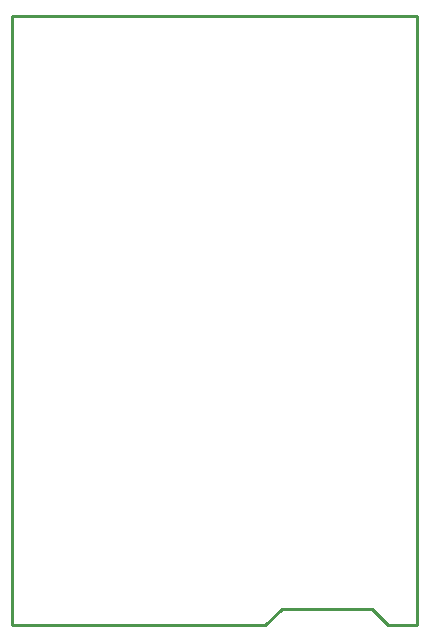
<source format=gbr>
G04 #@! TF.GenerationSoftware,KiCad,Pcbnew,5.1.0-rc2-unknown-036be7d~80~ubuntu16.04.1*
G04 #@! TF.CreationDate,2022-02-25T15:09:56+02:00*
G04 #@! TF.ProjectId,USB-gLINK_Rev_D,5553422d-674c-4494-9e4b-5f5265765f44,D*
G04 #@! TF.SameCoordinates,Original*
G04 #@! TF.FileFunction,Profile,NP*
%FSLAX46Y46*%
G04 Gerber Fmt 4.6, Leading zero omitted, Abs format (unit mm)*
G04 Created by KiCad (PCBNEW 5.1.0-rc2-unknown-036be7d~80~ubuntu16.04.1) date 2022-02-25 15:09:56*
%MOMM*%
%LPD*%
G04 APERTURE LIST*
%ADD10C,0.254000*%
G04 APERTURE END LIST*
D10*
X158242000Y-101854000D02*
X160655000Y-101854000D01*
X149225000Y-100457000D02*
X147828000Y-101854000D01*
X156845000Y-100457000D02*
X149225000Y-100457000D01*
X158242000Y-101854000D02*
X156845000Y-100457000D01*
X126365000Y-101854000D02*
X147828000Y-101854000D01*
X126365000Y-50292000D02*
X160655000Y-50292000D01*
X126365000Y-101854000D02*
X126365000Y-50292000D01*
X160655000Y-101854000D02*
X160655000Y-50292000D01*
M02*

</source>
